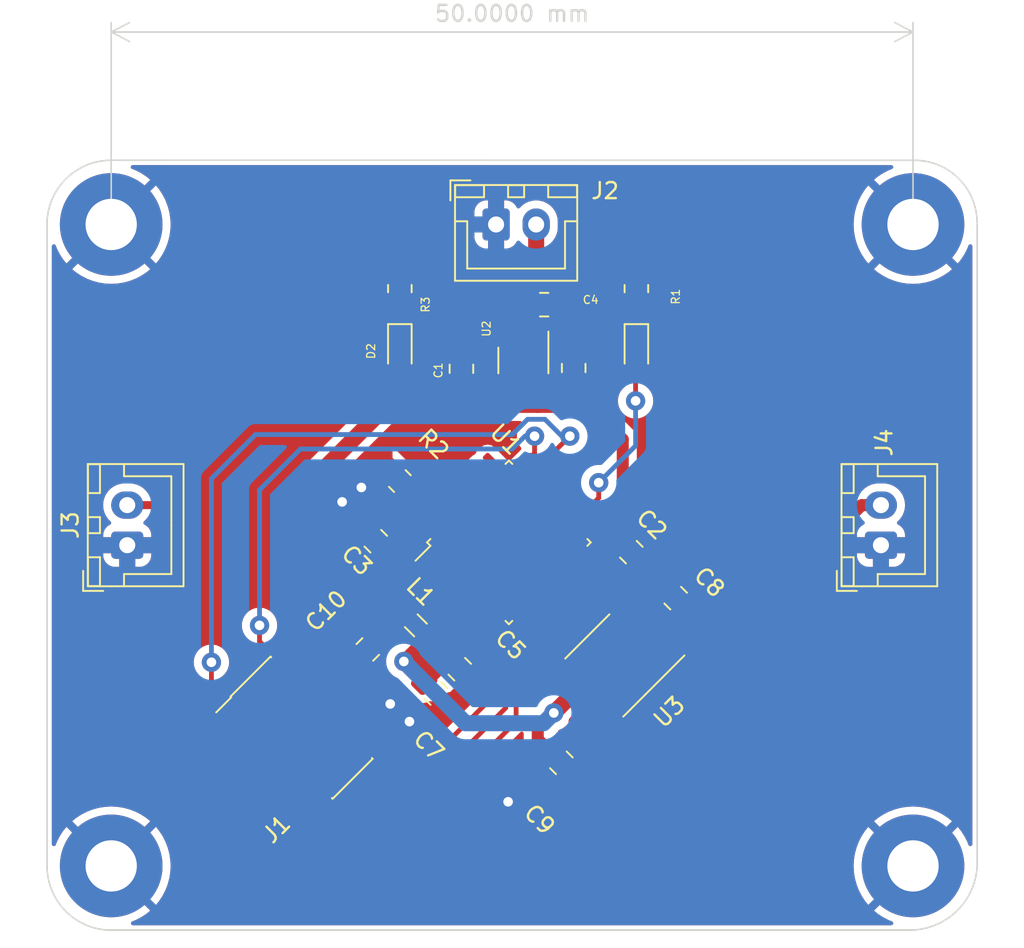
<source format=kicad_pcb>
(kicad_pcb (version 20221018) (generator pcbnew)
  (layers (0 "F.Cu" signal) (31 "B.Cu" signal) (34 "B.Paste" user) (35 "F.Paste" user) (36 "B.SilkS" user "B.Silkscreen") (37 "F.SilkS" user "F.Silkscreen") (38 "B.Mask" user) (39 "F.Mask" user) (44 "Edge.Cuts" user))
  (net 0 "")
  (net 1 "+3.3V")
  (net 2 "GND")
  (net 3 "+5V")
  (net 4 "+3.3VA")
  (net 5 "NRST")
  (net 6 "Net-(D1-K)")
  (net 7 "TIM2_CH1")
  (net 8 "Net-(D2-K)")
  (net 9 "SWDIO")
  (net 10 "SWDCLK")
  (net 11 "USART2_RX")
  (net 12 "USART2_TX")
  (net 13 "ADC_IN1")
  (net 14 "DAC_OUT")
  (net 15 "Net-(U1-PB9)")
  (net 18 "DAC_nLDAC")
  (net 19 "DAC_nCS")
  (net 20 "SPI1_SCK")
  (net 22 "SPI1_MOSI")
  (footprint "Connector_JST:JST_XH_B2B-XH-A_1x02_P2.50mm_Vertical" (layer "F.Cu") (at 112 122)
    (fp_text reference "J2")
    (fp_text value "POWER")
  )
  (footprint "Resistor_SMD:R_0805_2012Metric_Pad1.20x1.40mm_HandSolder" (layer "F.Cu") (at 106 126 90)
    (fp_text reference "R3")
    (fp_text value "1k")
  )
  (footprint "Connector_JST:JST_XH_B2B-XH-A_1x02_P2.50mm_Vertical" (layer "F.Cu") (at 136 142 90)
    (fp_text reference "J4")
    (fp_text value "OUTPUT")
  )
  (footprint "Resistor_SMD:R_0805_2012Metric_Pad1.20x1.40mm_HandSolder" (layer "F.Cu") (at 106 138 135)
    (fp_text reference "R2")
    (fp_text value "100k")
  )
  (footprint "Capacitor_SMD:C_0805_2012Metric" (layer "F.Cu") (at 116.071751 155.571751 -45)
    (fp_text reference "C9")
    (fp_text value "10u")
  )
  (footprint "Capacitor_SMD:C_0805_2012Metric_Pad1.18x1.45mm_HandSolder" (layer "F.Cu") (at 104 148.5 -135)
    (fp_text reference "C10")
    (fp_text value "100n")
  )
  (footprint "LED_SMD:LED_0603_1608Metric_Pad1.05x0.95mm_HandSolder" (layer "F.Cu") (at 106 129.875 -90)
    (fp_text reference "D2")
    (fp_text value "GREEN LED")
  )
  (footprint "Connector_PinHeader_1.27mm:PinHeader_2x07_P1.27mm_Vertical_SMD" (layer "F.Cu") (at 99.871142 153.378858 45)
    (fp_text reference "J1")
    (fp_text value "Conn_02x07_Odd_Even")
  )
  (footprint "LED_SMD:LED_0603_1608Metric_Pad1.05x0.95mm_HandSolder" (layer "F.Cu") (at 120.75 129.875 -90)
    (fp_text reference "D1" hide)
    (fp_text value "ORANGE TLM01100-GS8")
  )
  (footprint "Capacitor_SMD:C_0805_2012Metric" (layer "F.Cu") (at 115 127)
    (fp_text reference "C4")
    (fp_text value "1uF")
  )
  (footprint "Capacitor_SMD:C_0805_2012Metric_Pad1.18x1.45mm_HandSolder" (layer "F.Cu") (at 109.733623 149.733623 -45)
    (fp_text reference "C5")
    (fp_text value "1u")
  )
  (footprint "Capacitor_SMD:C_0805_2012Metric_Pad1.18x1.45mm_HandSolder" (layer "F.Cu") (at 108.25 151.25 -45)
    (fp_text reference "C7")
    (fp_text value "10n")
  )
  (footprint "MountingHole:MountingHole_3.2mm_M3_Pad" (layer "F.Cu") (at 88 162)
    (fp_text reference "H4" hide)
    (fp_text value "MountingHole_Pad")
  )
  (footprint "Inductor_SMD:L_0805_2012Metric_Pad1.05x1.20mm_HandSolder" (layer "F.Cu") (at 107 147 -45)
    (fp_text reference "L1")
    (fp_text value "39n" hide)
  )
  (footprint "Package_SO:SOIC-8_3.9x4.9mm_P1.27mm" (layer "F.Cu") (at 119.5 149.5 -135)
    (fp_text reference "U3")
    (fp_text value "MCP4801")
  )
  (footprint "Capacitor_SMD:C_0805_2012Metric_Pad1.18x1.45mm_HandSolder" (layer "F.Cu") (at 123.2 145.3 135)
    (fp_text reference "C8")
    (fp_text value "100n")
  )
  (footprint "Package_QFP:LQFP-32_7x7mm_P0.8mm" (layer "F.Cu") (at 112.8 141.825)
    (fp_text reference "U1")
    (fp_text value "STM32L021K4Tx" hide)
  )
  (footprint "MountingHole:MountingHole_3.2mm_M3_Pad" (layer "F.Cu") (at 138 162)
    (fp_text reference "H3" hide)
    (fp_text value "MountingHole_Pad")
  )
  (footprint "MountingHole:MountingHole_3.2mm_M3_Pad" (layer "F.Cu") (at 138 122)
    (fp_text reference "H2" hide)
    (fp_text value "MountingHole_Pad")
  )
  (footprint "Capacitor_SMD:C_0805_2012Metric" (layer "F.Cu") (at 116.84 130.95 90)
    (fp_text reference "C6" hide)
    (fp_text value "1uF")
  )
  (footprint "Capacitor_SMD:C_0805_2012Metric_Pad1.18x1.45mm_HandSolder" (layer "F.Cu") (at 104.5 141.75 135)
    (fp_text reference "C3")
    (fp_text value "100n")
  )
  (footprint "Capacitor_SMD:C_0805_2012Metric_Pad1.18x1.45mm_HandSolder" (layer "F.Cu") (at 109.84 131 90)
    (fp_text reference "C1")
    (fp_text value "4u7")
  )
  (footprint "Resistor_SMD:R_0805_2012Metric_Pad1.20x1.40mm_HandSolder" (layer "F.Cu") (at 120.75 126 90)
    (fp_text reference "R1")
    (fp_text value "1k")
  )
  (footprint "Connector_JST:JST_XH_B2B-XH-A_1x02_P2.50mm_Vertical" (layer "F.Cu") (at 89 142 90)
    (fp_text reference "J3")
    (fp_text value "INPUT")
  )
  (footprint "Package_TO_SOT_SMD:SOT-23-5" (layer "F.Cu") (at 113.7025 130.48125 -90)
    (fp_text reference "U2")
    (fp_text value "BU33SD5WG-TR")
  )
  (footprint "MountingHole:MountingHole_3.2mm_M3_Pad" (layer "F.Cu") (at 88 122)
    (fp_text reference "H1" hide)
    (fp_text value "MountingHole_Pad")
  )
  (footprint "Capacitor_SMD:C_0805_2012Metric_Pad1.18x1.45mm_HandSolder" (layer "F.Cu") (at 120.433623 142.433623 -45)
    (fp_text reference "C2")
    (fp_text value "100n	")
  )
  (gr_line (start 142 122) (end 142 162) (stroke (width 0.1)) (layer "Edge.Cuts"))
  (gr_arc (start 84 121.791908) (mid 85.242301 119.095108) (end 88 117.994591) (stroke (width 0.1)) (layer "Edge.Cuts"))
  (gr_line (start 88 117.994591) (end 138 118) (stroke (width 0.1)) (layer "Edge.Cuts"))
  (gr_arc (start 142 162.01053) (mid 140.694835 164.843794) (end 137.797591 166) (stroke (width 0.1)) (layer "Edge.Cuts"))
  (gr_arc (start 138 118.000001) (mid 140.819541 119.107929) (end 141.995885 121.899619) (stroke (width 0.1)) (layer "Edge.Cuts"))
  (gr_line (start 138 166) (end 87.797317 166) (stroke (width 0.1)) (layer "Edge.Cuts"))
  (gr_arc (start 87.797317 166) (mid 85.100518 164.757699) (end 84 162) (stroke (width 0.1)) (layer "Edge.Cuts"))
  (gr_line (start 137.898659 166) (end 87.898659 166) (stroke (width 0.1)) (layer "Edge.Cuts"))
  (gr_line (start 84 162) (end 84 121.791908) (stroke (width 0.1)) (layer "Edge.Cuts"))
  (gr_text "BILAL MARECAR\nDANIEL NACHAR\n" (at 119.7 164.1) (layer "F.Cu") (effects (font (size 1 1) (thickness 0.25) bold) (justify left bottom)))
  (gr_text "K" (at 122.8 128.6) (layer "F.Cu") (effects (font (size 0.5 0.5) (thickness 0.125) bold) (justify left bottom)))
  (gr_text "K" (at 103.2 128.5) (layer "F.Cu") (effects (font (size 0.5 0.5) (thickness 0.125) bold) (justify left bottom)))
  (gr_text "ENSEA - 3DN" (at 120.4 160.5) (layer "F.Cu") (effects (font (size 1 1) (thickness 0.25) bold) (justify left bottom)))
  (gr_text "PROG" (at 125.1 130.6) (layer "F.Cu") (effects (font (size 1 1) (thickness 0.25) bold) (justify left bottom)))
  (gr_text "ALIM" (at 97.5 130.5) (layer "F.Cu") (effects (font (size 1 1) (thickness 0.25) bold) (justify left bottom)))
  (gr_text_box "1" (start 107.7 121.6) (end 108.4 122.3) (angle 360) (layer "F.Cu") (effects (font (size 0.3 0.3) (thickness 0.075) bold) (justify left top)))
  (gr_text_box "1" (start 135.5 146.2) (end 136.2 145.5) (angle 90) (layer "F.Cu") (effects (font (size 0.3 0.3) (thickness 0.075) bold) (justify left top)))
  (gr_text_box "1" (start 88.55 146.1) (end 89.25 145.4) (angle 90) (layer "F.Cu") (effects (font (size 0.3 0.3) (thickness 0.075) bold) (justify left top)))
  (gr_text_box "1" (start 119.7 155.25) (end 120.4 155.95) (angle 360) (layer "F.Cu") (effects (font (size 0.3 0.3) (thickness 0.075) bold) (justify left top)))
  (dimension (type aligned) (layer "Edge.Cuts") (pts (xy 88 122) (xy 138 122)) (height -12) (gr_text "50,0000 mm" (at 113 108.85) (layer "Edge.Cuts") (effects (font (size 1 1) (thickness 0.15)))) (format (prefix "") (suffix "") (units 3) (units_format 1) (precision 4)) (style (thickness 0.1) (arrow_length 1.27) (text_position_mode 0) (extension_height 0.58642) (extension_offset 0.5) keep_text_aligned))
  (segment (start 119.9 139) (end 119.9 138.5) (width 0.75) (layer "F.Cu") (net 1))
  (segment (start 105.9 143.6) (end 105.8 143.5) (width 0.5) (layer "F.Cu") (net 1))
  (segment (start 106.45 143.7) (end 105.233623 142.483623) (width 0.5) (layer "F.Cu") (net 1))
  (segment (start 105.233623 142.483623) (end 105.45 142.7) (width 0.3) (layer "F.Cu") (net 1))
  (segment (start 119.9 135.4) (end 117.9 133.4) (width 0.75) (layer "F.Cu") (net 1))
  (segment (start 107.86793 142.46793) (end 107.7 142.3) (width 0.3) (layer "F.Cu") (net 1))
  (segment (start 105.35 133.25) (end 107.25 133.25) (width 1) (layer "F.Cu") (net 1))
  (segment (start 107.332601 143.332601) (end 107.1 143.1) (width 0.3) (layer "F.Cu") (net 1))
  (segment (start 118.247272 140.852728) (end 118.047272 140.852728) (width 0.5) (layer "F.Cu") (net 1))
  (segment (start 107.1 143.1) (end 106.2 143.1) (width 0.3) (layer "F.Cu") (net 1))
  (segment (start 117.73207 140.852728) (end 119.9 138.684798) (width 0.5) (layer "F.Cu") (net 1))
  (segment (start 104.128949 144.128949) (end 104.85 144.85) (width 1) (layer "F.Cu") (net 1))
  (segment (start 106.25 143.5) (end 106.25 144.1) (width 0.5) (layer "F.Cu") (net 1))
  (segment (start 116.49 133.4) (end 116.34 133.25) (width 0.75) (layer "F.Cu") (net 1))
  (segment (start 118.247272 140.852728) (end 118.55 140.55) (width 0.5) (layer "F.Cu") (net 1))
  (segment (start 109.84 132.0375) (end 109.84 133.25) (width 1) (layer "F.Cu") (net 1))
  (segment (start 104 145.5) (end 104 144.9) (width 0.75) (layer "F.Cu") (net 1))
  (segment (start 108 142.3) (end 108.1 142.2) (width 0.3) (layer "F.Cu") (net 1))
  (segment (start 116.74 132) (end 116.84 131.9) (width 1) (layer "F.Cu") (net 1))
  (segment (start 118.35 141.05) (end 118.152728 140.852728) (width 0.5) (layer "F.Cu") (net 1))
  (segment (start 105.233623 144.466377) (end 105.233623 143.6) (width 1) (layer "F.Cu") (net 1))
  (segment (start 104.128949 144.128949) (end 104.704674 144.128949) (width 1) (layer "F.Cu") (net 1))
  (segment (start 107 143.7) (end 106.45 143.7) (width 0.5) (layer "F.Cu") (net 1))
  (segment (start 117.25 132.75) (end 117.9 133.4) (width 0.75) (layer "F.Cu") (net 1))
  (segment (start 105.233623 142.483623) (end 105.25 142.5) (width 1) (layer "F.Cu") (net 1))
  (segment (start 117.9 133.4) (end 116.49 133.4) (width 0.75) (layer "F.Cu") (net 1))
  (segment (start 117.85 141.05) (end 117.5 141.4) (width 0.5) (layer "F.Cu") (net 1))
  (segment (start 116.84 132.75) (end 117.25 132.75) (width 0.75) (layer "F.Cu") (net 1))
  (segment (start 104.078949 145.578949) (end 104.207898 145.45) (width 0.75) (layer "F.Cu") (net 1))
  (segment (start 105.417246 142.3) (end 105.233623 142.483623) (width 0.3) (layer "F.Cu") (net 1))
  (segment (start 104.85 144.85) (end 105.233623 144.466377) (width 1) (layer "F.Cu") (net 1))
  (segment (start 105.578949 145.578949) (end 105.6 145.6) (width 0.75) (layer "F.Cu") (net 1))
  (segment (start 119.9 138.684798) (end 119.9 138.5) (width 0.5) (layer "F.Cu") (net 1))
  (segment (start 106.25 144.35) (end 106.9 143.7) (width 0.5) (layer "F.Cu") (net 1))
  (segment (start 114.59 133.25) (end 116.34 133.25) (width 1) (layer "F.Cu") (net 1))
  (segment (start 102.628949 147.028949) (end 103.478949 146.178949) (width 1) (layer "F.Cu") (net 1))
  (segment (start 107 143.665202) (end 107 143.7) (width 0.5) (layer "F.Cu") (net 1))
  (segment (start 105.233623 143.6) (end 105.233623 142.483623) (width 1) (layer "F.Cu") (net 1))
  (segment (start 118.152728 140.852728) (end 118.047272 140.852728) (width 0.5) (layer "F.Cu") (net 1))
  (segment (start 105.233623 142.483623) (end 106.182601 143.432601) (width 0.3) (layer "F.Cu") (net 1))
  (segment (start 117.73207 140.852728) (end 118.047272 140.852728) (width 0.5) (layer "F.Cu") (net 1))
  (segment (start 105.6 145.6) (end 105.6 145) (width 0.5) (layer "F.Cu") (net 1))
  (segment (start 105.45 142.7) (end 107.5 142.7) (width 0.3) (layer "F.Cu") (net 1))
  (segment (start 106.182601 143.432601) (end 107.232601 143.432601) (width 0.3) (layer "F.Cu") (net 1))
  (segment (start 106 132) (end 107.25 133.25) (width 1) (layer "F.Cu") (net 1))
  (segment (start 119.9 139.2) (end 119.9 139) (width 0.75) (layer "F.Cu") (net 1))
  (segment (start 107.86793 142.797272) (end 107.86793 142.46793) (width 0.3) (layer "F.Cu") (net 1))
  (segment (start 104.704674 144.128949) (end 105.233623 143.6) (width 1) (layer "F.Cu") (net 1))
  (segment (start 105.9 144.7) (end 106.25 144.35) (width 0.5) (layer "F.Cu") (net 1))
  (segment (start 118.6 141.3) (end 118.35 141.05) (width 0.5) (layer "F.Cu") (net 1))
  (segment (start 116.84 132.75) (end 116.84 131.9) (width 1) (layer "F.Cu") (net 1))
  (segment (start 106.25 144.1) (end 106.25 144.35) (width 0.5) (layer "F.Cu") (net 1))
  (segment (start 117.73207 140.852728) (end 118.247272 140.852728) (width 0.5) (layer "F.Cu") (net 1))
  (segment (start 104 145.5) (end 104.078949 145.578949) (width 0.75) (layer "F.Cu") (net 1))
  (segment (start 105.3 133.2) (end 105.35 133.25) (width 1) (layer "F.Cu") (net 1))
  (segment (start 103.478949 146.178949) (end 103.4 146.1) (width 1) (layer "F.Cu") (net 1))
  (segment (start 118.047272 140.852728) (end 119.9 139) (width 0.5) (layer "F.Cu") (net 1))
  (segment (start 100.25 141.75) (end 102.628949 144.128949) (width 1) (layer "F.Cu") (net 1))
  (segment (start 106.082601 143.332601) (end 107.332601 143.332601) (width 0.3) (layer "F.Cu") (net 1))
  (segment (start 105.9 144.7) (end 105.9 145.9) (width 0.5) (layer "F.Cu") (net 1))
  (segment (start 105.233623 142.483623) (end 106.25 143.5) (width 0.5) (layer "F.Cu") (net 1))
  (segment (start 107.332601 143.332601) (end 107.232601 143.432601) (width 0.5) (layer "F.Cu") (net 1))
  (segment (start 105.3 133.2) (end 100.25 138.25) (width 1) (layer "F.Cu") (net 1))
  (segment (start 103.4 144.128949) (end 104.128949 144.128949) (width 1) (layer "F.Cu") (net 1))
  (segment (start 118.047272 140.852728) (end 117.85 141.05) (width 0.5) (layer "F.Cu") (net 1))
  (segment (start 118.55 140.55) (end 119.1 140) (width 0.5) (layer "F.Cu") (net 1))
  (segment (start 105.9 145.9) (end 106.186827 146.186827) (width 0.5) (layer "F.Cu") (net 1))
  (segment (start 106 130.75) (end 106 132.5) (width 1) (layer "F.Cu") (net 1))
  (segment (start 104.85 144.85) (end 106.186827 146.186827) (width 1) (layer "F.Cu") (net 1))
  (segment (start 116.34 133.25) (end 116.84 132.75) (width 1) (layer "F.Cu") (net 1))
  (segment (start 109.84 133.25) (end 114.59 133.25) (width 1) (layer "F.Cu") (net 1))
  (segment (start 119.7 141.7) (end 119.1 141.1) (width 0.75) (layer "F.Cu") (net 1))
  (segment (start 119.1 140) (end 119.9 139.2) (width 0.75) (layer "F.Cu") (net 1))
  (segment (start 106 130.75) (end 106 132) (width 1) (layer "F.Cu") (net 1))
  (segment (start 104.078949 145.578949) (end 105.578949 145.578949) (width 0.75) (layer "F.Cu") (net 1))
  (segment (start 105.233623 142.483623) (end 106.082601 143.332601) (width 0.3) (layer "F.Cu") (net 1))
  (segment (start 102.628949 144.128949) (end 103.4 144.128949) (width 1) (layer "F.Cu") (net 1))
  (segment (start 107.25 133.25) (end 109.84 133.25) (width 1) (layer "F.Cu") (net 1))
  (segment (start 114.6525 133.1875) (end 114.59 133.25) (width 1) (layer "F.Cu") (net 1))
  (segment (start 119.1 141.1) (end 119.1 140) (width 0.75) (layer "F.Cu") (net 1))
  (segment (start 118.6 141.3) (end 118.9 141.6) (width 0.5) (layer "F.Cu") (net 1))
  (segment (start 107.570658 142.5) (end 106.1 142.5) (width 0.3) (layer "F.Cu") (net 1))
  (segment (start 114.6525 131.61875) (end 114.6525 133.1875) (width 1) (layer "F.Cu") (net 1))
  (segment (start 107.3 142.3) (end 105.417246 142.3) (width 0.3) (layer "F.Cu") (net 1))
  (segment (start 117.73207 140.852728) (end 118.852728 140.852728) (width 0.5) (layer "F.Cu") (net 1))
  (segment (start 103.4 146.1) (end 103.4 144.128949) (width 1) (layer "F.Cu") (net 1))
  (segment (start 105.6 145) (end 105.9 144.7) (width 0.5) (layer "F.Cu") (net 1))
  (segment (start 104.85 144.85) (end 104.121051 145.578949) (width 1) (layer "F.Cu") (net 1))
  (segment (start 105.65 142.9) (end 107.4 142.9) (width 0.3) (layer "F.Cu") (net 1))
  (segment (start 107.232601 143.432601) (end 107 143.665202) (width 0.5) (layer "F.Cu") (net 1))
  (segment (start 105.9 144.7) (end 105.9 143.6) (width 0.5) (layer "F.Cu") (net 1))
  (segment (start 106.9 143.7) (end 107 143.7) (width 0.5) (layer "F.Cu") (net 1))
  (segment (start 116.84 131.9) (end 116.84 132.94) (width 0.75) (layer "F.Cu") (net 1))
  (segment (start 107.994276 142.797272) (end 107.86793 142.797272) (width 0.3) (layer "F.Cu") (net 1))
  (segment (start 117.73207 140.852728) (end 118.152728 140.852728) (width 0.5) (layer "F.Cu") (net 1))
  (segment (start 102.628949 144.128949) (end 102.628949 147.028949) (width 1) (layer "F.Cu") (net 1))
  (segment (start 104.121051 145.578949) (end 104.078949 145.578949) (width 1) (layer "F.Cu") (net 1))
  (segment (start 107.86793 142.797272) (end 107.332601 143.332601) (width 0.5) (layer "F.Cu") (net 1))
  (segment (start 109.84 132.0375) (end 109.84 132) (width 1) (layer "F.Cu") (net 1))
  (segment (start 106 132.5) (end 105.3 133.2) (width 1) (layer "F.Cu") (net 1))
  (segment (start 106.186827 146.186827) (end 105.6 145.6) (width 0.5) (layer "F.Cu") (net 1))
  (segment (start 103.478949 146.178949) (end 104.078949 145.578949) (width 1) (layer "F.Cu") (net 1))
  (segment (start 105.233623 142.483623) (end 105.65 142.9) (width 0.3) (layer "F.Cu") (net 1))
  (segment (start 107.3 142.3) (end 108 142.3) (width 0.3) (layer "F.Cu") (net 1))
  (segment (start 107.86793 142.797272) (end 107.570658 142.5) (width 0.3) (layer "F.Cu") (net 1))
  (segment (start 107.7 142.3) (end 107.3 142.3) (width 0.3) (layer "F.Cu") (net 1))
  (segment (start 99.453949 150.203949) (end 102.628949 147.028949) (width 1) (layer "F.Cu") (net 1))
  (segment (start 118.852728 140.852728) (end 119.7 141.7) (width 0.5) (layer "F.Cu") (net 1))
  (segment (start 100.25 138.25) (end 100.25 141.75) (width 1) (layer "F.Cu") (net 1))
  (segment (start 119.9 138.5) (end 119.9 135.4) (width 0.75) (layer "F.Cu") (net 1))
  (segment (start 117.85 141.05) (end 118.35 141.05) (width 0.5) (layer "F.Cu") (net 1))
  (segment (start 112.0025 126.9975) (end 112.9 126.1) (width 0.3) (layer "F.Cu") (net 2))
  (segment (start 122.466377 144.566377) (end 122.2 144.3) (width 1) (layer "F.Cu") (net 2))
  (segment (start 104.7 136.7) (end 104.2 136.7) (width 1) (layer "F.Cu") (net 2))
  (segment (start 113.9 130.5) (end 115.5 130.5) (width 0.3) (layer "F.Cu") (net 2))
  (segment (start 117.73207 142.797272) (end 117.934798 143) (width 0.5) (layer "F.Cu") (net 2))
  (segment (start 118.3 143) (end 117.85 142.55) (width 0.5) (layer "F.Cu") (net 2))
  (segment (start 116 130.5) (end 116 129.5) (width 0.75) (layer "F.Cu") (net 2))
  (segment (start 112.9 126.1) (end 112.9 124) (width 0.3) (layer "F.Cu") (net 2))
  (segment (start 89 142) (end 87.3 142) (width 1) (layer "F.Cu") (net 2))
  (segment (start 122.466377 144.533623) (end 123.4 143.6) (width 0.5) (layer "F.Cu") (net 2))
  (segment (start 100.196233 156.553767) (end 99.25 157.5) (width 1) (layer "F.Cu") (net 2))
  (segment (start 109.84 129.9625) (end 109.84 129.06) (width 1) (layer "F.Cu") (net 2))
  (segment (start 117.934798 143) (end 118.8 143) (width 0.5) (layer "F.Cu") (net 2))
  (segment (start 121.167246 143.167246) (end 120.632754 143.167246) (width 1) (layer "F.Cu") (net 2))
  (segment (start 115.5 130.5) (end 115.8 130.2) (width 0.75) (layer "F.Cu") (net 2))
  (segment (start 101.528949 149.925) (end 102.575 149.925) (width 0.75) (layer "F.Cu") (net 2))
  (segment (start 113.54875 130.45625) (end 112.9 130.45625) (width 0.3) (layer "F.Cu") (net 2))
  (segment (start 104.142102 152.7) (end 104.6 152.7) (width 0.75) (layer "F.Cu") (net 2))
  (segment (start 107.75 141.25) (end 107.5 141.5) (width 0.5) (layer "F.Cu") (net 2))
  (segment (start 109.016377 151.983623) (end 110.467246 150.532754) (width 1) (layer "F.Cu") (net 2))
  (segment (start 100.288335 156.553767) (end 100.196233 156.553767) (width 1) (layer "F.Cu") (net 2))
  (segment (start 118.8 143) (end 118.35 142.55) (width 0.75) (layer "F.Cu") (net 2))
  (segment (start 101.260893 153.785158) (end 100.214842 153.785158) (width 0.75) (layer "F.Cu") (net 2))
  (segment (start 121.1 144.2) (end 120.8 144.2) (width 1) (layer "F.Cu") (net 2))
  (segment (start 107.5 141.5) (end 107.25 141.5) (width 0.5) (layer "F.Cu") (net 2))
  (segment (start 102.575 149.925) (end 103.266377 149.233623) (width 0.75) (layer "F.Cu") (net 2))
  (segment (start 116.743502 156.243502) (end 117.2 156.7) (width 1) (layer "F.Cu") (net 2))
  (segment (start 115.8 130.2) (end 115.8 128.6) (width 0.75) (layer "F.Cu") (net 2))
  (segment (start 107.087994 140.072792) (end 107.86793 140.852728) (width 0.5) (layer "F.Cu") (net 2))
  (segment (start 97.594258 153.905742) (end 96.4 155.1) (width 0.75) (layer "F.Cu") (net 2))
  (segment (start 116.8 130.04) (end 116.84 130) (width 0.3) (layer "F.Cu") (net 2))
  (segment (start 115.95 127) (end 115.95 125.95) (width 1) (layer "F.Cu") (net 2))
  (segment (start 109.84 129.9625) (end 109.8775 130) (width 1) (layer "F.Cu") (net 2))
  (segment (start 111.3 150.7) (end 111.3 150.628249) (width 0.5) (layer "F.Cu") (net 2))
  (segment (start 109.84 129.9625) (end 110.1775 130.3) (width 0.3) (layer "F.Cu") (net 2))
  (segment (start 113.7025 129.34375) (end 113.7025 130.3025) (width 0.3) (layer "F.Cu") (net 2))
  (segment (start 112.9 130.45625) (end 112.3 130.45625) (width 0.3) (layer "F.Cu") (net 2))
  (segment (start 89 142) (end 90.6 142) (width 1) (layer "F.Cu") (net 2))
  (segment (start 108.983623 151.983623) (end 108.467246 152.5) (width 0.75) (layer "F.Cu") (net 2))
  (segment (start 116.8 130.5) (end 116.8 130.04) (width 0.3) (layer "F.Cu") (net 2))
  (segment (start 117.399013 152.499013) (end 117.3 152.598026) (width 0.75) (layer "F.Cu") (net 2))
  (segment (start 98.492284 154.757716) (end 97.594258 153.859691) (width 0.75) (layer "F.Cu") (net 2))
  (segment (start 108.7 153.3) (end 111.3 150.7) (width 0.5) (layer "F.Cu") (net 2))
  (segment (start 100.2 153.8) (end 99.45 153.8) (width 0.75) (layer "F.Cu") (net 2))
  (segment (start 108.5 153.3) (end 108.7 153.3) (width 0.5) (layer "F.Cu") (net 2))
  (segment (start 116.9 152.998026) (end 116.9 153.9) (width 0.75) (layer "F.Cu") (net 2))
  (segment (start 121.167246 143.267246) (end 122.466377 144.566377) (width 1) (layer "F.Cu") (net 2))
  (segment (start 107.5 141.25) (end 107.75 141.25) (width 0.5) (layer "F.Cu") (net 2))
  (segment (start 115.95 127) (end 115.95 128.25) (width 1) (layer "F.Cu") (net 2))
  (segment (start 113.7025 130.3025) (end 113.54875 130.45625) (width 0.3) (layer "F.Cu") (net 2))
  (segment (start 116.8 129) (end 116.84 129.04) (width 1) (layer "F.Cu") (net 2))
  (segment (start 105.2 139) (end 105.232234 139) (width 0.5) (layer "F.Cu") (net 2))
  (segment (start 110.33375 130.45625) (end 109.84 129.9625) (width 0.3) (layer "F.Cu") (net 2))
  (segment (start 136 142) (end 136 143.4) (width 1) (layer "F.Cu") (net 2))
  (segment (start 108.467246 152.5) (end 107.7 152.5) (width 0.75) (layer "F.Cu") (net 2))
  (segment (start 102.148026 152.898025) (end 101.260893 153.785158) (width 0.75) (layer "F.Cu") (net 2))
  (segment (start 107.86793 140.86793) (end 108.25 141.25) (width 0.5) (layer "F.Cu") (net 2))
  (segment (start 102.148026 152.898025) (end 103.346051 151.7) (width 0.75) (layer "F.Cu") (net 2))
  (segment (start 114.297722 130.5) (end 113.7025 129.904778) (width 0.3) (layer "F.Cu") (net 2))
  (segment (start 111.3 150.628249) (end 111.185875 150.514124) (width 0.5) (layer "F.Cu") (net 2))
  (segment (start 100.351975 151.101974) (end 97.594258 153.859691) (width 0.75) (layer "F.Cu") (net 2))
  (segment (start 113.7025 129.34375) (end 113.7025 129.904778) (width 0.3) (layer "F.Cu") (net 2))
  (segment (start 108.983623 151.983623) (end 108.5 152.467246) (width 0.75) (layer "F.Cu") (net 2))
  (segment (start 116.84 130) (end 118.1 130) (width 1) (layer "F.Cu") (net 2))
  (segment (start 103.046051 153.796051) (end 104.142102 152.7) (width 0.75) (layer "F.Cu") (net 2))
  (segment (start 98.492284 154.757716) (end 98.492284 154.807716) (width 0.75) (layer "F.Cu") (net 2))
  (segment (start 136 142) (end 134.3 142) (width 1) (layer "F.Cu") (net 2))
  (segment (start 108.983623 151.983623) (end 108.717246 152.25) (width 1) (layer "F.Cu") (net 2))
  (segment (start 117 156.5) (end 117 157.3) (width 1) (layer "F.Cu") (net 2))
  (segment (start 103.766377 140.566377) (end 103.3 140.1) (width 1) (layer "F.Cu") (net 2))
  (segment (start 113.7025 130.3025) (end 113.9 130.5) (width 0.3) (layer "F.Cu") (net 2))
  (segment (start 121.167246 143.232754) (end 120.3 144.1) (width 0.5) (layer "F.Cu") (net 2))
  (segment (start 113.151028 130.45625) (end 112.9 130.45625) (width 0.3) (layer "F.Cu") (net 2))
  (segment (start 116 130.5) (end 116.8 130.5) (width 0.3) (layer "F.Cu") (net 2))
  (segment (start 120.632754 143.167246) (end 120.2 143.6) (width 1) (layer "F.Cu") (net 2))
  (segment (start 107.352728 140.852728) (end 106.875 140.375) (width 0.5) (layer "F.Cu") (net 2))
  (segment (start 121.167246 143.132754) (end 122.1 142.2) (width 0.5) (layer "F.Cu") (net 2))
  (segment (start 118.7 143.765202) (end 118.7 143.8) (width 0.5) (layer "F.Cu") (net 2))
  (segment (start 106.305026 140.072792) (end 107.087994 140.072792) (width 0.5) (layer "F.Cu") (net 2))
  (segment (start 105 137) (end 105 136.1) (width 1) (layer "F.Cu") (net 2))
  (segment (start 109.8775 130) (end 111 130) (width 1) (layer "F.Cu") (net 2))
  (segment (start 113.7025 129.904778) (end 113.151028 130.45625) (width 0.3) (layer "F.Cu") (net 2))
  (segment (start 122.433623 144.566377) (end 121.6 145.4) (width 0.5) (layer "F.Cu") (net 2))
  (segment (start 103.346051 151.7) (end 104.1 151.7) (width 0.75) (layer "F.Cu") (net 2))
  (segment (start 118.35 142.55) (end 117.85 142.55) (width 0.75) (layer "F.Cu") (net 2))
  (segment (start 108.6625 129.9625) (end 108.6 129.9) (width 1) (layer "F.Cu") (net 2))
  (segment (start 109.84 129.9625) (end 108.6625 129.9625) (width 1) (layer "F.Cu") (net 2))
  (segment (start 117.73207 142.797272) (end 118.234798 143.3) (width 0.5) (layer "F.Cu") (net 2))
  (segment (start 112 122) (end 112 123.7) (width 1) (layer "F.Cu") (net 2))
  (segment (start 110.1775 130.3) (end 111.1 130.3) (width 0.3) (layer "F.Cu") (net 2))
  (segment (start 115.95 128.25) (end 116.1 128.4) (width 1) (layer "F.Cu") (net 2))
  (segment (start 121.167246 143.167246) (end 121.167246 143.232754) (width 0.5) (layer "F.Cu") (net 2))
  (segment (start 99.25 157.5) (end 99 157.75) (width 1) (layer "F.Cu") (net 2))
  (segment (start 112.3 130.402278) (end 112.0025 130.104778) (width 0.3) (layer "F.Cu") (net 2))
  (segment (start 118.234798 143.3) (end 118.9 143.3) (width 0.5) (layer "F.Cu") (net 2))
  (segment (start 116 125.9) (end 115.95 125.95) (width 1) (layer "F.Cu") (net 2))
  (segment (start 102.148026 152.898025) (end 103.046051 153.796051) (width 0.75) (layer "F.Cu") (net 2))
  (segment (start 89 142) (end 89 143.6) (width 1) (layer "F.Cu") (net 2))
  (segment (start 106.875 140.375) (end 106.75 140.25) (width 0.5) (layer "F.Cu") (net 2))
  (segment (start 112.3 130.45625) (end 112.3 130.402278) (width 0.3) (layer "F.Cu") (net 2))
  (segment (start 106.75 140.5) (end 107.5 141.25) (width 0.5) (layer "F.Cu") (net 2))
  (segment (start 100.351975 151.101974) (end 101.528949 149.925) (width 0.75) (layer "F.Cu") (net 2))
  (segment (start 117.73207 142.797272) (end 118.7 143.765202) (width 0.5) (layer "F.Cu") (net 2))
  (segment (start 103.766377 141.016377) (end 103.116377 141.016377) (width 1) (layer "F.Cu") (net 2))
  (segment (start 97.594258 153.859691) (end 97.594258 153.905742) (width 0.75) (layer "F.Cu") (net 2))
  (segment (start 117.399013 152.499013) (end 116.9 152.998026) (width 0.75) (layer "F.Cu") (net 2))
  (segment (start 115.95 127) (end 116.6 127) (width 1) (layer "F.Cu") (net 2))
  (segment (start 112.0025 130.104778) (end 112.0025 126.9975) (width 0.3) (layer "F.Cu") (net 2))
  (segment (start 100.351975 151.101974) (end 101.239107 150.214842) (width 0.75) (layer "F.Cu") (net 2))
  (segment (start 121.167246 143.167246) (end 121.167246 143.132754) (width 0.5) (layer "F.Cu") (net 2))
  (segment (start 108.25 141.25) (end 108 141.5) (width 0.5) (layer "F.Cu") (net 2))
  (segment (start 112 120.4) (end 112 122) (width 1) (layer "F.Cu") (net 2))
  (segment (start 107.86793 140.852728) (end 107.86793 140.86793) (width 0.5) (layer "F.Cu") (net 2))
  (segment (start 106.875 140.375) (end 106.75 140.5) (width 0.5) (layer "F.Cu") (net 2))
  (segment (start 112 122) (end 110.6 122) (width 1) (layer "F.Cu") (net 2))
  (segment (start 103.766377 141.016377) (end 103.766377 140.566377) (width 1) (layer "F.Cu") (net 2))
  (segment (start 109.84 129.06) (end 109.9 129) (width 1) (layer "F.Cu") (net 2))
  (segment (start 112.3 130.45625) (end 110.33375 130.45625) (width 0.3) (layer "F.Cu") (net 2))
  (segment (start 120.2 143.6) (end 120.8 144.2) (width 1) (layer "F.Cu") (net 2))
  (segment (start 107.86793 140.852728) (end 107.352728 140.852728) (width 0.5) (layer "F.Cu") (net 2))
  (segment (start 100.214842 153.785158) (end 100.2 153.8) (width 0.75) (layer "F.Cu") (net 2))
  (segment (start 108.983623 151.983623) (end 109.016377 151.983623) (width 1) (layer "F.Cu") (net 2))
  (segment (start 116 129.5) (end 116.3 129.2) (width 0.75) (layer "F.Cu") (net 2))
  (segment (start 117.3 152.598026) (end 117.3 153.3) (width 0.75) (layer "F.Cu") (net 2))
  (segment (start 105.292893 137.292893) (end 104.7 136.7) (width 1) (layer "F.Cu") (net 2))
  (segment (start 117.85 142.55) (end 117.5 142.2) (width 0.5) (layer "F.Cu") (net 2))
  (segment (start 116.84 130) (end 116.84 129.04) (width 1) (layer "F.Cu") (net 2))
  (segment (start 108 141.5) (end 107.5 141.5) (width 0.5) (layer "F.Cu") (net 2))
  (segment (start 117.2 156.7) (end 117.8 156.7) (width 1) (layer "F.Cu") (net 2))
  (segment (start 116 130.5) (end 114.297722 130.5) (width 0.3) (layer "F.Cu") (net 2))
  (segment (start 116.743502 156.243502) (end 117 156.5) (width 1) (layer "F.Cu") (net 2))
  (segment (start 122.466377 144.566377) (end 122.466377 144.533623) (width 0.5) (layer "F.Cu") (net 2))
  (segment (start 121.167246 143.167246) (end 121.167246 143.267246) (width 1) (layer "F.Cu") (net 2))
  (segment (start 105.232234 139) (end 106.305026 140.072792) (width 0.5) (layer "F.Cu") (net 2))
  (segment (start 115.5 130.5) (end 116 130.5) (width 0.3) (layer "F.Cu") (net 2))
  (segment (start 110.467246 150.532754) (end 110.467246 150.467246) (width 1) (layer "F.Cu") (net 2))
  (segment (start 136 142) (end 137.6 142) (width 1) (layer "F.Cu") (net 2))
  (segment (start 122.466377 144.566377) (end 122.433623 144.566377) (width 0.5) (layer "F.Cu") (net 2))
  (segment (start 118.198924 151.699102) (end 117.399013 152.499013) (width 0.75) (layer "F.Cu") (net 2))
  (segment (start 103.116377 141.016377) (end 102.7 140.6) (width 1) (layer "F.Cu") (net 2))
  (segment (start 108.5 152.467246) (end 108.5 153.3) (width 0.75) (layer "F.Cu") (net 2))
  (segment (start 105.292893 137.292893) (end 105 137) (width 1) (layer "F.Cu") (net 2))
  (segment (start 99.45 153.8) (end 98.492284 154.757716) (width 0.75) (layer "F.Cu") (net 2))
  (segment (start 98.492284 154.807716) (end 97.2 156.1) (width 0.75) (layer "F.Cu") (net 2))
  (via (at 102.4 139.3) (size 1.2) (drill 0.6) (layers "F.Cu" "B.Cu") (net 2))
  (via (at 103.6 138.4) (size 1.2) (drill 0.6) (layers "F.Cu" "B.Cu") (net 2))
  (via (at 105.4 151.9) (size 1.2) (drill 0.6) (layers "F.Cu" "B.Cu") (net 2))
  (via (at 112.75 158) (size 1.2) (drill 0.6) (layers "F.Cu" "B.Cu") (net 2))
  (via (at 106.6 153) (size 1.2) (drill 0.6) (layers "F.Cu" "B.Cu") (net 2))
  (segment (start 112 122) (end 110.7 122) (width 1) (layer "B.Cu") (net 2))
  (segment (start 112 122) (end 112 123.5) (width 1) (layer "B.Cu") (net 2))
  (segment (start 89 142) (end 87.4 142) (width 1) (layer "B.Cu") (net 2))
  (segment (start 112 122) (end 112 120.6) (width 1) (layer "B.Cu") (net 2))
  (segment (start 136 142) (end 137.6 142) (width 1) (layer "B.Cu") (net 2))
  (segment (start 136 142) (end 136 143.4) (width 1) (layer "B.Cu") (net 2))
  (segment (start 89 142) (end 89 143.5) (width 1) (layer "B.Cu") (net 2))
  (segment (start 136 142) (end 134.1 142) (width 1) (layer "B.Cu") (net 2))
  (segment (start 89 142) (end 90.6 142) (width 1) (layer "B.Cu") (net 2))
  (segment (start 114.6525 127.1525) (end 114.5 127) (width 0.5) (layer "F.Cu") (net 3))
  (segment (start 114.6525 129.34375) (end 114.6525 127.1525) (width 0.5) (layer "F.Cu") (net 3))
  (segment (start 114 126.95) (end 114.05 127) (width 1) (layer "F.Cu") (net 3))
  (segment (start 114.5 127) (end 114.05 127) (width 0.5) (layer "F.Cu") (net 3))
  (segment (start 113 127) (end 114.05 127) (width 0.5) (layer "F.Cu") (net 3))
  (segment (start 114.5 122) (end 114.5 124) (width 1) (layer "F.Cu") (net 3))
  (segment (start 114.5 124) (end 114 124.5) (width 1) (layer "F.Cu") (net 3))
  (segment (start 112.7525 129.34375) (end 112.7525 127.2475) (width 0.5) (layer "F.Cu") (net 3))
  (segment (start 114 124.5) (end 114 126.95) (width 1) (layer "F.Cu") (net 3))
  (segment (start 112.7525 127.2475) (end 113 127) (width 0.5) (layer "F.Cu") (net 3))
  (segment (start 114.6 153.459548) (end 115.6 152.459548) (width 0.75) (layer "F.Cu") (net 4))
  (segment (start 107.516377 149.233623) (end 107.813173 148.936827) (width 1) (layer "F.Cu") (net 4))
  (segment (start 114.6 154.1) (end 114.6 153.459548) (width 0.75) (layer "F.Cu") (net 4))
  (segment (start 107.516377 150.516377) (end 107.516377 149.233623) (width 1) (layer "F.Cu") (net 4))
  (segment (start 107.813173 147.377512) (end 110.130672 145.060014) (width 0.5) (layer "F.Cu") (net 4))
  (segment (start 124.6 147.3) (end 121.715327 150.184673) (width 1) (layer "F.Cu") (net 4))
  (segment (start 108.625 148.625) (end 107.813173 147.813173) (width 0.75) (layer "F.Cu") (net 4))
  (segment (start 121.715327 150.184673) (end 121.509404 150.184673) (width 1) (layer "F.Cu") (net 4))
  (segment (start 108.5 148.5) (end 107.813173 147.813173) (width 0.75) (layer "F.Cu") (net 4))
  (segment (start 108.5 147.25) (end 108.5 148.5) (width 0.5) (layer "F.Cu") (net 4))
  (segment (start 117.917301 150.184673) (end 121.509404 150.184673) (width 0.75) (layer "F.Cu") (net 4))
  (segment (start 121.509404 150.184673) (end 122.597128 149.096949) (width 0.75) (layer "F.Cu") (net 4))
  (segment (start 115.6 152.459548) (end 117.279685 150.779863) (width 1) (layer "F.Cu") (net 4))
  (segment (start 107.516377 150.516377) (end 106.25 149.25) (width 1) (layer "F.Cu") (net 4))
  (segment (start 106.25 149.25) (end 106.376346 149.25) (width 1) (layer "F.Cu") (net 4))
  (segment (start 117.300898 150.801076) (end 117.917301 150.184673) (width 0.75) (layer "F.Cu") (net 4))
  (segment (start 108.376346 147.25) (end 108.5 147.25) (width 0.3) (layer "F.Cu") (net 4))
  (segment (start 107.813173 147.686827) (end 107.813173 147.813173) (width 0.3) (layer "F.Cu") (net 4))
  (segment (start 106.376346 149.25) (end 107.813173 147.813173) (width 1) (layer "F.Cu") (net 4))
  (segment (start 123.933623 146.033623) (end 124.6 146.7) (width 1) (layer "F.Cu") (net 4))
  (segment (start 107.813173 147.813173) (end 108.376346 147.25) (width 0.3) (layer "F.Cu") (net 4))
  (segment (start 107.813173 148.936827) (end 107.813173 147.813173) (width 1) (layer "F.Cu") (net 4))
  (segment (start 110.060014 145.060014) (end 110.024631 145.024631) (width 0.3) (layer "F.Cu") (net 4))
  (segment (start 115.4 154.9) (end 114.6 154.1) (width 0.75) (layer "F.Cu") (net 4))
  (segment (start 107.516377 150.483623) (end 109 149) (width 1) (layer "F.Cu") (net 4))
  (segment (start 108.5 146.690686) (end 108.5 147.25) (width 0.5) (layer "F.Cu") (net 4))
  (segment (start 107.516377 150.516377) (end 107.516377 150.483623) (width 1) (layer "F.Cu") (net 4))
  (segment (start 107.813173 147.813173) (end 107.813173 147.377512) (width 0.5) (layer "F.Cu") (net 4))
  (segment (start 124.6 146.7) (end 124.6 147.3) (width 1) (layer "F.Cu") (net 4))
  (segment (start 110.130672 145.060014) (end 108.5 146.690686) (width 0.5) (layer "F.Cu") (net 4))
  (via (at 106.25 149.25) (size 1.2) (drill 0.6) (layers "F.Cu" "B.Cu") (net 4))
  (via (at 115.6 152.459548) (size 1.2) (drill 0.6) (layers "F.Cu" "B.Cu") (net 4))
  (segment (start 114.959548 153.1) (end 110.1 153.1) (width 1) (layer "B.Cu") (net 4))
  (segment (start 110.1 153.1) (end 106.25 149.25) (width 1) (layer "B.Cu") (net 4))
  (segment (start 115.6 152.459548) (end 114.959548 153.1) (width 1) (layer "B.Cu") (net 4))
  (segment (start 104.733623 147.766377) (end 105.25 147.25) (width 0.3) (layer "F.Cu") (net 5))
  (segment (start 105.615075 147.1) (end 105.707538 147.192463) (width 0.3) (layer "F.Cu") (net 5))
  (segment (start 106.559314 147.5) (end 105.3 147.5) (width 0.3) (layer "F.Cu") (net 5))
  (segment (start 106.730545 147.328769) (end 109.564986 144.494328) (width 0.3) (layer "F.Cu") (net 5))
  (segment (start 104.25 148.5) (end 104.733623 148.016377) (width 0.3) (layer "F.Cu") (net 5))
  (segment (start 101.25 152) (end 102.5 150.75) (width 0.3) (layer "F.Cu") (net 5))
  (segment (start 104.733623 147.766377) (end 104.9 147.6) (width 0.3) (layer "F.Cu") (net 5))
  (segment (start 105.843844 147.328769) (end 106.730545 147.328769) (width 0.3) (layer "F.Cu") (net 5))
  (segment (start 105.765075 147.25) (end 105.843844 147.328769) (width 0.3) (layer "F.Cu") (net 5))
  (segment (start 109.564986 144.494328) (end 106.559314 147.5) (width 0.3) (layer "F.Cu") (net 5))
  (segment (start 105.25 147.25) (end 105.765075 147.25) (width 0.3) (layer "F.Cu") (net 5))
  (segment (start 104.733623 148.016377) (end 104.733623 147.766377) (width 0.3) (layer "F.Cu") (net 5))
  (segment (start 105.1 147.1) (end 105.615075 147.1) (width 0.3) (layer "F.Cu") (net 5))
  (segment (start 104.540901 149.0409) (end 104.25 148.749999) (width 0.3) (layer "F.Cu") (net 5))
  (segment (start 104.540901 149.709099) (end 104.540901 149.0409) (width 0.3) (layer "F.Cu") (net 5))
  (segment (start 103.5 150.75) (end 104.540901 149.709099) (width 0.3) (layer "F.Cu") (net 5))
  (segment (start 104.25 148.749999) (end 104.25 148.5) (width 0.3) (layer "F.Cu") (net 5))
  (segment (start 104.9 147.6) (end 104.9 147.3) (width 0.3) (layer "F.Cu") (net 5))
  (segment (start 102.5 150.75) (end 103.5 150.75) (width 0.3) (layer "F.Cu") (net 5))
  (segment (start 104.9 147.3) (end 105.1 147.1) (width 0.3) (layer "F.Cu") (net 5))
  (segment (start 120.75 127) (end 120.75 129) (width 1) (layer "F.Cu") (net 6))
  (segment (start 120.7 130.8) (end 120.75 130.75) (width 0.3) (layer "F.Cu") (net 7))
  (segment (start 118.4 139.053427) (end 118.4 138.1) (width 0.3) (layer "F.Cu") (net 7))
  (segment (start 120.7 133) (end 120.7 130.8) (width 0.3) (layer "F.Cu") (net 7))
  (segment (start 117.166384 140.287043) (end 118.4 139.053427) (width 0.3) (layer "F.Cu") (net 7))
  (via (at 120.7 133) (size 1.2) (drill 0.6) (layers "F.Cu" "B.Cu") (net 7))
  (via (at 118.4 138.1) (size 1.2) (drill 0.6) (layers "F.Cu" "B.Cu") (net 7))
  (segment (start 120.7 135.8) (end 120.7 133) (width 0.3) (layer "B.Cu") (net 7))
  (segment (start 118.4 138.1) (end 120.7 135.8) (width 0.3) (layer "B.Cu") (net 7))
  (segment (start 106 129) (end 106 127) (width 1) (layer "F.Cu") (net 8))
  (segment (start 116.596573 135.2) (end 114.337957 137.458616) (width 0.3) (layer "F.Cu") (net 9))
  (segment (start 94.25 149.3) (end 94.25 150.515432) (width 0.3) (layer "F.Cu") (net 9))
  (segment (start 94.25 150.515432) (end 95.798207 152.063639) (width 0.3) (layer "F.Cu") (net 9))
  (segment (start 116.599503 135.2) (end 116.596573 135.2) (width 0.3) (layer "F.Cu") (net 9))
  (via (at 94.25 149.3) (size 1.2) (drill 0.6) (layers "F.Cu" "B.Cu") (net 9))
  (via (at 116.599503 135.2) (size 1.2) (drill 0.6) (layers "F.Cu" "B.Cu") (net 9))
  (segment (start 116.1 135.2) (end 116.599503 135.2) (width 0.3) (layer "B.Cu") (net 9))
  (segment (start 113.965075 134.15) (end 115.05 134.15) (width 0.3) (layer "B.Cu") (net 9))
  (segment (start 94.25 137.85) (end 97 135.1) (width 0.3) (layer "B.Cu") (net 9))
  (segment (start 97 135.1) (end 113.015075 135.1) (width 0.3) (layer "B.Cu") (net 9))
  (segment (start 115.05 134.15) (end 116.1 135.2) (width 0.3) (layer "B.Cu") (net 9))
  (segment (start 113.015075 135.1) (end 113.965075 134.15) (width 0.3) (layer "B.Cu") (net 9))
  (segment (start 94.25 149.3) (end 94.25 137.85) (width 0.3) (layer "B.Cu") (net 9))
  (segment (start 97.25 148) (end 97.25 147) (width 0.3) (layer "F.Cu") (net 10))
  (segment (start 114.4 135.2) (end 114.4 136.265202) (width 0.3) (layer "F.Cu") (net 10))
  (segment (start 98.555923 149.305923) (end 97.25 148) (width 0.3) (layer "F.Cu") (net 10))
  (segment (start 114.4 136.265202) (end 113.772272 136.89293) (width 0.3) (layer "F.Cu") (net 10))
  (via (at 97.25 147) (size 1.2) (drill 0.6) (layers "F.Cu" "B.Cu") (net 10))
  (via (at 114.4 135.2) (size 1.2) (drill 0.6) (layers "F.Cu" "B.Cu") (net 10))
  (segment (start 97.25 138.55) (end 99.8 136) (width 0.3) (layer "B.Cu") (net 10))
  (segment (start 97.25 147) (end 97.25 138.55) (width 0.3) (layer "B.Cu") (net 10))
  (segment (start 99.8 136) (end 113 136) (width 0.3) (layer "B.Cu") (net 10))
  (segment (start 113 136) (end 113.8 135.2) (width 0.3) (layer "B.Cu") (net 10))
  (segment (start 113.8 135.2) (end 114.4 135.2) (width 0.3) (layer "B.Cu") (net 10))
  (segment (start 112 151.25) (end 110.125 153.125) (width 0.3) (layer "F.Cu") (net 11))
  (segment (start 104.861846 155.5) (end 107.75 155.5) (width 0.3) (layer "F.Cu") (net 11))
  (segment (start 104.055923 154.694077) (end 104.861846 155.5) (width 0.3) (layer "F.Cu") (net 11))
  (segment (start 110.696357 145.625699) (end 109.25 147.072056) (width 0.3) (layer "F.Cu") (net 11))
  (segment (start 103.944077 154.694077) (end 104.055923 154.694077) (width 0.3) (layer "F.Cu") (net 11))
  (segment (start 107.75 155.5) (end 110.125 153.125) (width 0.3) (layer "F.Cu") (net 11))
  (segment (start 109.25 147.072056) (end 109.25 147.588299) (width 0.3) (layer "F.Cu") (net 11))
  (segment (start 112 150.338299) (end 112 151.25) (width 0.3) (layer "F.Cu") (net 11))
  (segment (start 110.125 153.125) (end 110 153.25) (width 0.3) (layer "F.Cu") (net 11))
  (segment (start 109.25 147.588299) (end 112 150.338299) (width 0.3) (layer "F.Cu") (net 11))
  (segment (start 101.186361 157.451793) (end 108.798207 157.451793) (width 0.3) (layer "F.Cu") (net 12))
  (segment (start 111.25 147.334798) (end 111.827728 146.75707) (width 0.3) (layer "F.Cu") (net 12))
  (segment (start 108.798207 157.451793) (end 113.25 153) (width 0.3) (layer "F.Cu") (net 12))
  (segment (start 111.25 147.891243) (end 111.25 147.334798) (width 0.3) (layer "F.Cu") (net 12))
  (segment (start 113.25 153) (end 113.25 149.891243) (width 0.3) (layer "F.Cu") (net 12))
  (segment (start 113.25 149.891243) (end 111.25 147.891243) (width 0.3) (layer "F.Cu") (net 12))
  (segment (start 110.25 147.739771) (end 112.6 150.089771) (width 0.3) (layer "F.Cu") (net 13))
  (segment (start 91.8 153.7) (end 91.8 140.6) (width 0.5) (layer "F.Cu") (net 13))
  (segment (start 90.7 139.5) (end 89 139.5) (width 0.5) (layer "F.Cu") (net 13))
  (segment (start 112.6 150.089771) (end 112.6 152.15) (width 0.3) (layer "F.Cu") (net 13))
  (segment (start 91.8 140.6) (end 90.7 139.5) (width 0.5) (layer "F.Cu") (net 13))
  (segment (start 95.8 157.7) (end 91.8 153.7) (width 0.5) (layer "F.Cu") (net 13))
  (segment (start 108.25 156.5) (end 103 156.5) (width 0.3) (layer "F.Cu") (net 13))
  (segment (start 99.390309 155.655742) (end 97.346051 157.7) (width 0.5) (layer "F.Cu") (net 13))
  (segment (start 97.346051 157.7) (end 95.8 157.7) (width 0.5) (layer "F.Cu") (net 13))
  (segment (start 101.25 154.75) (end 100.296051 154.75) (width 0.3) (layer "F.Cu") (net 13))
  (segment (start 103 156.5) (end 101.25 154.75) (width 0.3) (layer "F.Cu") (net 13))
  (segment (start 111.262043 146.191384) (end 110.25 147.203427) (width 0.3) (layer "F.Cu") (net 13))
  (segment (start 112.6 152.15) (end 108.25 156.5) (width 0.3) (layer "F.Cu") (net 13))
  (segment (start 100.296051 154.75) (end 99.390309 155.655742) (width 0.3) (layer "F.Cu") (net 13))
  (segment (start 110.25 147.203427) (end 110.25 147.739771) (width 0.3) (layer "F.Cu") (net 13))
  (segment (start 122.5 151.8) (end 134.8 139.5) (width 0.75) (layer "F.Cu") (net 14))
  (segment (start 134.8 139.5) (end 136 139.5) (width 0.75) (layer "F.Cu") (net 14))
  (segment (start 119.096949 152.597128) (end 119.894077 151.8) (width 0.75) (layer "F.Cu") (net 14))
  (segment (start 119.894077 151.8) (end 122.5 151.8) (width 0.75) (layer "F.Cu") (net 14))
  (segment (start 108.433616 140.287043) (end 106.85368 138.707107) (width 0.5) (layer "F.Cu") (net 15))
  (segment (start 106.85368 138.707107) (end 106.707107 138.707107) (width 0.5) (layer "F.Cu") (net 15))
  (segment (start 115.55 148.55) (end 116 149) (width 0.3) (layer "F.Cu") (net 18))
  (segment (start 116 149.4) (end 116.2 149.6) (width 0.3) (layer "F.Cu") (net 18))
  (segment (start 116 149) (end 116 149.4) (width 0.3) (layer "F.Cu") (net 18))
  (segment (start 116 149) (end 116.4 149.4) (width 0.3) (layer "F.Cu") (net 18))
  (segment (start 115.55 148.55) (end 115.75 148.75) (width 0.3) (layer "F.Cu") (net 18))
  (segment (start 113.772272 146.75707) (end 113.772272 146.772272) (width 0.3) (layer "F.Cu") (net 18))
  (segment (start 113.772272 146.772272) (end 115.55 148.55) (width 0.3) (layer "F.Cu") (net 18))
  (segment (start 116 149.4) (end 116 149.9) (width 0.3) (layer "F.Cu") (net 18))
  (segment (start 115.75 150.15) (end 115.6 150.3) (width 0.3) (layer "F.Cu") (net 18))
  (segment (start 116 149.9) (end 115.75 150.15) (width 0.3) (layer "F.Cu") (net 18))
  (segment (start 115.75 148.75) (end 115.75 150.15) (width 0.3) (layer "F.Cu") (net 18))
  (segment (start 114.337957 146.237957) (end 116.3 148.2) (width 0.3) (layer "F.Cu") (net 19))
  (segment (start 114.337957 146.191384) (end 114.337957 146.237957) (width 0.3) (layer "F.Cu") (net 19))
  (segment (start 116.3 148.2) (end 117.1 148.2) (width 0.3) (layer "F.Cu") (net 19))
  (segment (start 120.598026 149.3) (end 121.699102 148.198924) (width 0.3) (layer "F.Cu") (net 19))
  (segment (start 118.2 149.3) (end 120.598026 149.3) (width 0.3) (layer "F.Cu") (net 19))
  (segment (start 117.1 148.2) (end 118.2 149.3) (width 0.3) (layer "F.Cu") (net 19))
  (segment (start 114.903643 145.625699) (end 116.877944 147.6) (width 0.3) (layer "F.Cu") (net 20))
  (segment (start 118.048528 148.3) (end 119.801974 148.3) (width 0.3) (layer "F.Cu") (net 20))
  (segment (start 119.801974 148.3) (end 120.801076 147.300898) (width 0.3) (layer "F.Cu") (net 20))
  (segment (start 117.348528 147.6) (end 118.048528 148.3) (width 0.3) (layer "F.Cu") (net 20))
  (segment (start 116.877944 147.6) (end 117.348528 147.6) (width 0.3) (layer "F.Cu") (net 20))
  (segment (start 116.035014 144.494328) (end 118.240686 146.7) (width 0.3) (layer "F.Cu") (net 22))
  (segment (start 119.497128 146.402872) (end 119.3 146.6) (width 0.3) (layer "F.Cu") (net 22))
  (segment (start 119.903051 146.402872) (end 117.943558 146.402872) (width 0.3) (layer "F.Cu") (net 22))
  (segment (start 117.943558 146.402872) (end 116.035014 144.494328) (width 0.3) (layer "F.Cu") (net 22))
  (segment (start 118.240686 146.7) (end 119.2 146.7) (width 0.3) (layer "F.Cu") (net 22))
  (zone locked (net 2) (net_name "GND") (layers "F&B.Cu") (connect_pads (clearance 0.5)) (min_thickness 0.25) (fill yes (thermal_gap 0.5) (thermal_bridge_width 0.5))
    (polygon (pts (xy 142 166) (xy 142 118) (xy 84 118) (xy 84 166)))
  )
)
</source>
